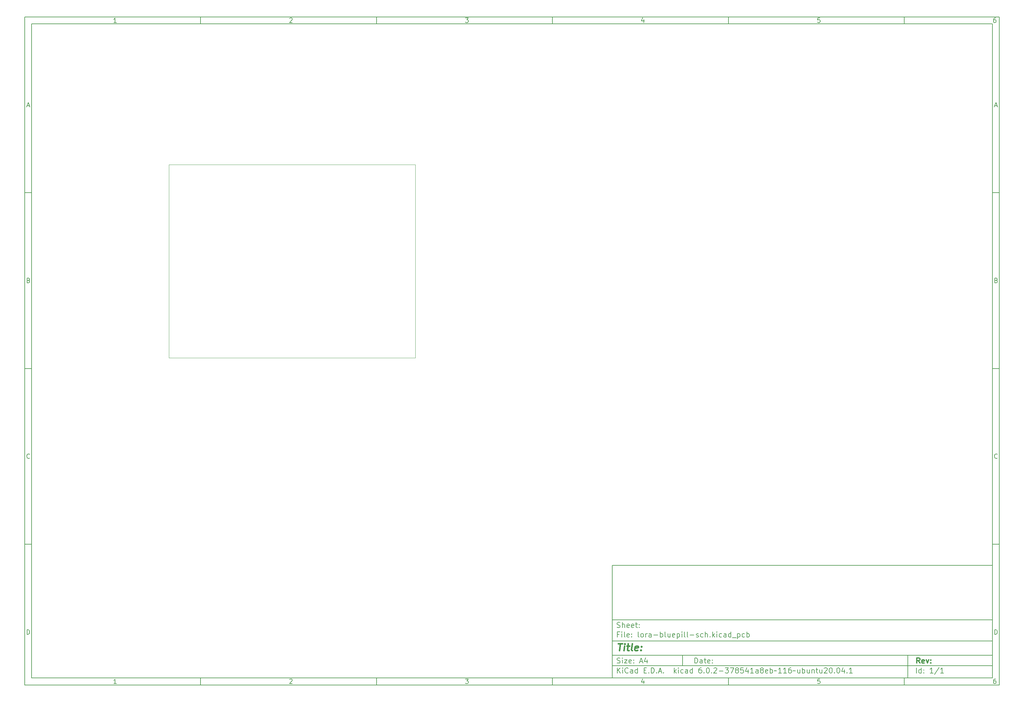
<source format=gbr>
%TF.GenerationSoftware,KiCad,Pcbnew,6.0.2-378541a8eb~116~ubuntu20.04.1*%
%TF.CreationDate,2022-11-16T14:33:25-03:00*%
%TF.ProjectId,lora-bluepill-sch,6c6f7261-2d62-46c7-9565-70696c6c2d73,rev?*%
%TF.SameCoordinates,Original*%
%TF.FileFunction,Profile,NP*%
%FSLAX46Y46*%
G04 Gerber Fmt 4.6, Leading zero omitted, Abs format (unit mm)*
G04 Created by KiCad (PCBNEW 6.0.2-378541a8eb~116~ubuntu20.04.1) date 2022-11-16 14:33:25*
%MOMM*%
%LPD*%
G01*
G04 APERTURE LIST*
%ADD10C,0.100000*%
%ADD11C,0.150000*%
%ADD12C,0.300000*%
%ADD13C,0.400000*%
%TA.AperFunction,Profile*%
%ADD14C,0.100000*%
%TD*%
G04 APERTURE END LIST*
D10*
D11*
X177002200Y-166007200D02*
X177002200Y-198007200D01*
X285002200Y-198007200D01*
X285002200Y-166007200D01*
X177002200Y-166007200D01*
D10*
D11*
X10000000Y-10000000D02*
X10000000Y-200007200D01*
X287002200Y-200007200D01*
X287002200Y-10000000D01*
X10000000Y-10000000D01*
D10*
D11*
X12000000Y-12000000D02*
X12000000Y-198007200D01*
X285002200Y-198007200D01*
X285002200Y-12000000D01*
X12000000Y-12000000D01*
D10*
D11*
X60000000Y-12000000D02*
X60000000Y-10000000D01*
D10*
D11*
X110000000Y-12000000D02*
X110000000Y-10000000D01*
D10*
D11*
X160000000Y-12000000D02*
X160000000Y-10000000D01*
D10*
D11*
X210000000Y-12000000D02*
X210000000Y-10000000D01*
D10*
D11*
X260000000Y-12000000D02*
X260000000Y-10000000D01*
D10*
D11*
X36065476Y-11588095D02*
X35322619Y-11588095D01*
X35694047Y-11588095D02*
X35694047Y-10288095D01*
X35570238Y-10473809D01*
X35446428Y-10597619D01*
X35322619Y-10659523D01*
D10*
D11*
X85322619Y-10411904D02*
X85384523Y-10350000D01*
X85508333Y-10288095D01*
X85817857Y-10288095D01*
X85941666Y-10350000D01*
X86003571Y-10411904D01*
X86065476Y-10535714D01*
X86065476Y-10659523D01*
X86003571Y-10845238D01*
X85260714Y-11588095D01*
X86065476Y-11588095D01*
D10*
D11*
X135260714Y-10288095D02*
X136065476Y-10288095D01*
X135632142Y-10783333D01*
X135817857Y-10783333D01*
X135941666Y-10845238D01*
X136003571Y-10907142D01*
X136065476Y-11030952D01*
X136065476Y-11340476D01*
X136003571Y-11464285D01*
X135941666Y-11526190D01*
X135817857Y-11588095D01*
X135446428Y-11588095D01*
X135322619Y-11526190D01*
X135260714Y-11464285D01*
D10*
D11*
X185941666Y-10721428D02*
X185941666Y-11588095D01*
X185632142Y-10226190D02*
X185322619Y-11154761D01*
X186127380Y-11154761D01*
D10*
D11*
X236003571Y-10288095D02*
X235384523Y-10288095D01*
X235322619Y-10907142D01*
X235384523Y-10845238D01*
X235508333Y-10783333D01*
X235817857Y-10783333D01*
X235941666Y-10845238D01*
X236003571Y-10907142D01*
X236065476Y-11030952D01*
X236065476Y-11340476D01*
X236003571Y-11464285D01*
X235941666Y-11526190D01*
X235817857Y-11588095D01*
X235508333Y-11588095D01*
X235384523Y-11526190D01*
X235322619Y-11464285D01*
D10*
D11*
X285941666Y-10288095D02*
X285694047Y-10288095D01*
X285570238Y-10350000D01*
X285508333Y-10411904D01*
X285384523Y-10597619D01*
X285322619Y-10845238D01*
X285322619Y-11340476D01*
X285384523Y-11464285D01*
X285446428Y-11526190D01*
X285570238Y-11588095D01*
X285817857Y-11588095D01*
X285941666Y-11526190D01*
X286003571Y-11464285D01*
X286065476Y-11340476D01*
X286065476Y-11030952D01*
X286003571Y-10907142D01*
X285941666Y-10845238D01*
X285817857Y-10783333D01*
X285570238Y-10783333D01*
X285446428Y-10845238D01*
X285384523Y-10907142D01*
X285322619Y-11030952D01*
D10*
D11*
X60000000Y-198007200D02*
X60000000Y-200007200D01*
D10*
D11*
X110000000Y-198007200D02*
X110000000Y-200007200D01*
D10*
D11*
X160000000Y-198007200D02*
X160000000Y-200007200D01*
D10*
D11*
X210000000Y-198007200D02*
X210000000Y-200007200D01*
D10*
D11*
X260000000Y-198007200D02*
X260000000Y-200007200D01*
D10*
D11*
X36065476Y-199595295D02*
X35322619Y-199595295D01*
X35694047Y-199595295D02*
X35694047Y-198295295D01*
X35570238Y-198481009D01*
X35446428Y-198604819D01*
X35322619Y-198666723D01*
D10*
D11*
X85322619Y-198419104D02*
X85384523Y-198357200D01*
X85508333Y-198295295D01*
X85817857Y-198295295D01*
X85941666Y-198357200D01*
X86003571Y-198419104D01*
X86065476Y-198542914D01*
X86065476Y-198666723D01*
X86003571Y-198852438D01*
X85260714Y-199595295D01*
X86065476Y-199595295D01*
D10*
D11*
X135260714Y-198295295D02*
X136065476Y-198295295D01*
X135632142Y-198790533D01*
X135817857Y-198790533D01*
X135941666Y-198852438D01*
X136003571Y-198914342D01*
X136065476Y-199038152D01*
X136065476Y-199347676D01*
X136003571Y-199471485D01*
X135941666Y-199533390D01*
X135817857Y-199595295D01*
X135446428Y-199595295D01*
X135322619Y-199533390D01*
X135260714Y-199471485D01*
D10*
D11*
X185941666Y-198728628D02*
X185941666Y-199595295D01*
X185632142Y-198233390D02*
X185322619Y-199161961D01*
X186127380Y-199161961D01*
D10*
D11*
X236003571Y-198295295D02*
X235384523Y-198295295D01*
X235322619Y-198914342D01*
X235384523Y-198852438D01*
X235508333Y-198790533D01*
X235817857Y-198790533D01*
X235941666Y-198852438D01*
X236003571Y-198914342D01*
X236065476Y-199038152D01*
X236065476Y-199347676D01*
X236003571Y-199471485D01*
X235941666Y-199533390D01*
X235817857Y-199595295D01*
X235508333Y-199595295D01*
X235384523Y-199533390D01*
X235322619Y-199471485D01*
D10*
D11*
X285941666Y-198295295D02*
X285694047Y-198295295D01*
X285570238Y-198357200D01*
X285508333Y-198419104D01*
X285384523Y-198604819D01*
X285322619Y-198852438D01*
X285322619Y-199347676D01*
X285384523Y-199471485D01*
X285446428Y-199533390D01*
X285570238Y-199595295D01*
X285817857Y-199595295D01*
X285941666Y-199533390D01*
X286003571Y-199471485D01*
X286065476Y-199347676D01*
X286065476Y-199038152D01*
X286003571Y-198914342D01*
X285941666Y-198852438D01*
X285817857Y-198790533D01*
X285570238Y-198790533D01*
X285446428Y-198852438D01*
X285384523Y-198914342D01*
X285322619Y-199038152D01*
D10*
D11*
X10000000Y-60000000D02*
X12000000Y-60000000D01*
D10*
D11*
X10000000Y-110000000D02*
X12000000Y-110000000D01*
D10*
D11*
X10000000Y-160000000D02*
X12000000Y-160000000D01*
D10*
D11*
X10690476Y-35216666D02*
X11309523Y-35216666D01*
X10566666Y-35588095D02*
X11000000Y-34288095D01*
X11433333Y-35588095D01*
D10*
D11*
X11092857Y-84907142D02*
X11278571Y-84969047D01*
X11340476Y-85030952D01*
X11402380Y-85154761D01*
X11402380Y-85340476D01*
X11340476Y-85464285D01*
X11278571Y-85526190D01*
X11154761Y-85588095D01*
X10659523Y-85588095D01*
X10659523Y-84288095D01*
X11092857Y-84288095D01*
X11216666Y-84350000D01*
X11278571Y-84411904D01*
X11340476Y-84535714D01*
X11340476Y-84659523D01*
X11278571Y-84783333D01*
X11216666Y-84845238D01*
X11092857Y-84907142D01*
X10659523Y-84907142D01*
D10*
D11*
X11402380Y-135464285D02*
X11340476Y-135526190D01*
X11154761Y-135588095D01*
X11030952Y-135588095D01*
X10845238Y-135526190D01*
X10721428Y-135402380D01*
X10659523Y-135278571D01*
X10597619Y-135030952D01*
X10597619Y-134845238D01*
X10659523Y-134597619D01*
X10721428Y-134473809D01*
X10845238Y-134350000D01*
X11030952Y-134288095D01*
X11154761Y-134288095D01*
X11340476Y-134350000D01*
X11402380Y-134411904D01*
D10*
D11*
X10659523Y-185588095D02*
X10659523Y-184288095D01*
X10969047Y-184288095D01*
X11154761Y-184350000D01*
X11278571Y-184473809D01*
X11340476Y-184597619D01*
X11402380Y-184845238D01*
X11402380Y-185030952D01*
X11340476Y-185278571D01*
X11278571Y-185402380D01*
X11154761Y-185526190D01*
X10969047Y-185588095D01*
X10659523Y-185588095D01*
D10*
D11*
X287002200Y-60000000D02*
X285002200Y-60000000D01*
D10*
D11*
X287002200Y-110000000D02*
X285002200Y-110000000D01*
D10*
D11*
X287002200Y-160000000D02*
X285002200Y-160000000D01*
D10*
D11*
X285692676Y-35216666D02*
X286311723Y-35216666D01*
X285568866Y-35588095D02*
X286002200Y-34288095D01*
X286435533Y-35588095D01*
D10*
D11*
X286095057Y-84907142D02*
X286280771Y-84969047D01*
X286342676Y-85030952D01*
X286404580Y-85154761D01*
X286404580Y-85340476D01*
X286342676Y-85464285D01*
X286280771Y-85526190D01*
X286156961Y-85588095D01*
X285661723Y-85588095D01*
X285661723Y-84288095D01*
X286095057Y-84288095D01*
X286218866Y-84350000D01*
X286280771Y-84411904D01*
X286342676Y-84535714D01*
X286342676Y-84659523D01*
X286280771Y-84783333D01*
X286218866Y-84845238D01*
X286095057Y-84907142D01*
X285661723Y-84907142D01*
D10*
D11*
X286404580Y-135464285D02*
X286342676Y-135526190D01*
X286156961Y-135588095D01*
X286033152Y-135588095D01*
X285847438Y-135526190D01*
X285723628Y-135402380D01*
X285661723Y-135278571D01*
X285599819Y-135030952D01*
X285599819Y-134845238D01*
X285661723Y-134597619D01*
X285723628Y-134473809D01*
X285847438Y-134350000D01*
X286033152Y-134288095D01*
X286156961Y-134288095D01*
X286342676Y-134350000D01*
X286404580Y-134411904D01*
D10*
D11*
X285661723Y-185588095D02*
X285661723Y-184288095D01*
X285971247Y-184288095D01*
X286156961Y-184350000D01*
X286280771Y-184473809D01*
X286342676Y-184597619D01*
X286404580Y-184845238D01*
X286404580Y-185030952D01*
X286342676Y-185278571D01*
X286280771Y-185402380D01*
X286156961Y-185526190D01*
X285971247Y-185588095D01*
X285661723Y-185588095D01*
D10*
D11*
X200434342Y-193785771D02*
X200434342Y-192285771D01*
X200791485Y-192285771D01*
X201005771Y-192357200D01*
X201148628Y-192500057D01*
X201220057Y-192642914D01*
X201291485Y-192928628D01*
X201291485Y-193142914D01*
X201220057Y-193428628D01*
X201148628Y-193571485D01*
X201005771Y-193714342D01*
X200791485Y-193785771D01*
X200434342Y-193785771D01*
X202577200Y-193785771D02*
X202577200Y-193000057D01*
X202505771Y-192857200D01*
X202362914Y-192785771D01*
X202077200Y-192785771D01*
X201934342Y-192857200D01*
X202577200Y-193714342D02*
X202434342Y-193785771D01*
X202077200Y-193785771D01*
X201934342Y-193714342D01*
X201862914Y-193571485D01*
X201862914Y-193428628D01*
X201934342Y-193285771D01*
X202077200Y-193214342D01*
X202434342Y-193214342D01*
X202577200Y-193142914D01*
X203077200Y-192785771D02*
X203648628Y-192785771D01*
X203291485Y-192285771D02*
X203291485Y-193571485D01*
X203362914Y-193714342D01*
X203505771Y-193785771D01*
X203648628Y-193785771D01*
X204720057Y-193714342D02*
X204577200Y-193785771D01*
X204291485Y-193785771D01*
X204148628Y-193714342D01*
X204077200Y-193571485D01*
X204077200Y-193000057D01*
X204148628Y-192857200D01*
X204291485Y-192785771D01*
X204577200Y-192785771D01*
X204720057Y-192857200D01*
X204791485Y-193000057D01*
X204791485Y-193142914D01*
X204077200Y-193285771D01*
X205434342Y-193642914D02*
X205505771Y-193714342D01*
X205434342Y-193785771D01*
X205362914Y-193714342D01*
X205434342Y-193642914D01*
X205434342Y-193785771D01*
X205434342Y-192857200D02*
X205505771Y-192928628D01*
X205434342Y-193000057D01*
X205362914Y-192928628D01*
X205434342Y-192857200D01*
X205434342Y-193000057D01*
D10*
D11*
X177002200Y-194507200D02*
X285002200Y-194507200D01*
D10*
D11*
X178434342Y-196585771D02*
X178434342Y-195085771D01*
X179291485Y-196585771D02*
X178648628Y-195728628D01*
X179291485Y-195085771D02*
X178434342Y-195942914D01*
X179934342Y-196585771D02*
X179934342Y-195585771D01*
X179934342Y-195085771D02*
X179862914Y-195157200D01*
X179934342Y-195228628D01*
X180005771Y-195157200D01*
X179934342Y-195085771D01*
X179934342Y-195228628D01*
X181505771Y-196442914D02*
X181434342Y-196514342D01*
X181220057Y-196585771D01*
X181077200Y-196585771D01*
X180862914Y-196514342D01*
X180720057Y-196371485D01*
X180648628Y-196228628D01*
X180577200Y-195942914D01*
X180577200Y-195728628D01*
X180648628Y-195442914D01*
X180720057Y-195300057D01*
X180862914Y-195157200D01*
X181077200Y-195085771D01*
X181220057Y-195085771D01*
X181434342Y-195157200D01*
X181505771Y-195228628D01*
X182791485Y-196585771D02*
X182791485Y-195800057D01*
X182720057Y-195657200D01*
X182577200Y-195585771D01*
X182291485Y-195585771D01*
X182148628Y-195657200D01*
X182791485Y-196514342D02*
X182648628Y-196585771D01*
X182291485Y-196585771D01*
X182148628Y-196514342D01*
X182077200Y-196371485D01*
X182077200Y-196228628D01*
X182148628Y-196085771D01*
X182291485Y-196014342D01*
X182648628Y-196014342D01*
X182791485Y-195942914D01*
X184148628Y-196585771D02*
X184148628Y-195085771D01*
X184148628Y-196514342D02*
X184005771Y-196585771D01*
X183720057Y-196585771D01*
X183577200Y-196514342D01*
X183505771Y-196442914D01*
X183434342Y-196300057D01*
X183434342Y-195871485D01*
X183505771Y-195728628D01*
X183577200Y-195657200D01*
X183720057Y-195585771D01*
X184005771Y-195585771D01*
X184148628Y-195657200D01*
X186005771Y-195800057D02*
X186505771Y-195800057D01*
X186720057Y-196585771D02*
X186005771Y-196585771D01*
X186005771Y-195085771D01*
X186720057Y-195085771D01*
X187362914Y-196442914D02*
X187434342Y-196514342D01*
X187362914Y-196585771D01*
X187291485Y-196514342D01*
X187362914Y-196442914D01*
X187362914Y-196585771D01*
X188077200Y-196585771D02*
X188077200Y-195085771D01*
X188434342Y-195085771D01*
X188648628Y-195157200D01*
X188791485Y-195300057D01*
X188862914Y-195442914D01*
X188934342Y-195728628D01*
X188934342Y-195942914D01*
X188862914Y-196228628D01*
X188791485Y-196371485D01*
X188648628Y-196514342D01*
X188434342Y-196585771D01*
X188077200Y-196585771D01*
X189577200Y-196442914D02*
X189648628Y-196514342D01*
X189577200Y-196585771D01*
X189505771Y-196514342D01*
X189577200Y-196442914D01*
X189577200Y-196585771D01*
X190220057Y-196157200D02*
X190934342Y-196157200D01*
X190077200Y-196585771D02*
X190577200Y-195085771D01*
X191077200Y-196585771D01*
X191577200Y-196442914D02*
X191648628Y-196514342D01*
X191577200Y-196585771D01*
X191505771Y-196514342D01*
X191577200Y-196442914D01*
X191577200Y-196585771D01*
X194577200Y-196585771D02*
X194577200Y-195085771D01*
X194720057Y-196014342D02*
X195148628Y-196585771D01*
X195148628Y-195585771D02*
X194577200Y-196157200D01*
X195791485Y-196585771D02*
X195791485Y-195585771D01*
X195791485Y-195085771D02*
X195720057Y-195157200D01*
X195791485Y-195228628D01*
X195862914Y-195157200D01*
X195791485Y-195085771D01*
X195791485Y-195228628D01*
X197148628Y-196514342D02*
X197005771Y-196585771D01*
X196720057Y-196585771D01*
X196577200Y-196514342D01*
X196505771Y-196442914D01*
X196434342Y-196300057D01*
X196434342Y-195871485D01*
X196505771Y-195728628D01*
X196577200Y-195657200D01*
X196720057Y-195585771D01*
X197005771Y-195585771D01*
X197148628Y-195657200D01*
X198434342Y-196585771D02*
X198434342Y-195800057D01*
X198362914Y-195657200D01*
X198220057Y-195585771D01*
X197934342Y-195585771D01*
X197791485Y-195657200D01*
X198434342Y-196514342D02*
X198291485Y-196585771D01*
X197934342Y-196585771D01*
X197791485Y-196514342D01*
X197720057Y-196371485D01*
X197720057Y-196228628D01*
X197791485Y-196085771D01*
X197934342Y-196014342D01*
X198291485Y-196014342D01*
X198434342Y-195942914D01*
X199791485Y-196585771D02*
X199791485Y-195085771D01*
X199791485Y-196514342D02*
X199648628Y-196585771D01*
X199362914Y-196585771D01*
X199220057Y-196514342D01*
X199148628Y-196442914D01*
X199077200Y-196300057D01*
X199077200Y-195871485D01*
X199148628Y-195728628D01*
X199220057Y-195657200D01*
X199362914Y-195585771D01*
X199648628Y-195585771D01*
X199791485Y-195657200D01*
X202291485Y-195085771D02*
X202005771Y-195085771D01*
X201862914Y-195157200D01*
X201791485Y-195228628D01*
X201648628Y-195442914D01*
X201577200Y-195728628D01*
X201577200Y-196300057D01*
X201648628Y-196442914D01*
X201720057Y-196514342D01*
X201862914Y-196585771D01*
X202148628Y-196585771D01*
X202291485Y-196514342D01*
X202362914Y-196442914D01*
X202434342Y-196300057D01*
X202434342Y-195942914D01*
X202362914Y-195800057D01*
X202291485Y-195728628D01*
X202148628Y-195657200D01*
X201862914Y-195657200D01*
X201720057Y-195728628D01*
X201648628Y-195800057D01*
X201577200Y-195942914D01*
X203077200Y-196442914D02*
X203148628Y-196514342D01*
X203077200Y-196585771D01*
X203005771Y-196514342D01*
X203077200Y-196442914D01*
X203077200Y-196585771D01*
X204077200Y-195085771D02*
X204220057Y-195085771D01*
X204362914Y-195157200D01*
X204434342Y-195228628D01*
X204505771Y-195371485D01*
X204577200Y-195657200D01*
X204577200Y-196014342D01*
X204505771Y-196300057D01*
X204434342Y-196442914D01*
X204362914Y-196514342D01*
X204220057Y-196585771D01*
X204077200Y-196585771D01*
X203934342Y-196514342D01*
X203862914Y-196442914D01*
X203791485Y-196300057D01*
X203720057Y-196014342D01*
X203720057Y-195657200D01*
X203791485Y-195371485D01*
X203862914Y-195228628D01*
X203934342Y-195157200D01*
X204077200Y-195085771D01*
X205220057Y-196442914D02*
X205291485Y-196514342D01*
X205220057Y-196585771D01*
X205148628Y-196514342D01*
X205220057Y-196442914D01*
X205220057Y-196585771D01*
X205862914Y-195228628D02*
X205934342Y-195157200D01*
X206077200Y-195085771D01*
X206434342Y-195085771D01*
X206577200Y-195157200D01*
X206648628Y-195228628D01*
X206720057Y-195371485D01*
X206720057Y-195514342D01*
X206648628Y-195728628D01*
X205791485Y-196585771D01*
X206720057Y-196585771D01*
X207362914Y-196014342D02*
X208505771Y-196014342D01*
X209077200Y-195085771D02*
X210005771Y-195085771D01*
X209505771Y-195657200D01*
X209720057Y-195657200D01*
X209862914Y-195728628D01*
X209934342Y-195800057D01*
X210005771Y-195942914D01*
X210005771Y-196300057D01*
X209934342Y-196442914D01*
X209862914Y-196514342D01*
X209720057Y-196585771D01*
X209291485Y-196585771D01*
X209148628Y-196514342D01*
X209077200Y-196442914D01*
X210505771Y-195085771D02*
X211505771Y-195085771D01*
X210862914Y-196585771D01*
X212291485Y-195728628D02*
X212148628Y-195657200D01*
X212077200Y-195585771D01*
X212005771Y-195442914D01*
X212005771Y-195371485D01*
X212077200Y-195228628D01*
X212148628Y-195157200D01*
X212291485Y-195085771D01*
X212577200Y-195085771D01*
X212720057Y-195157200D01*
X212791485Y-195228628D01*
X212862914Y-195371485D01*
X212862914Y-195442914D01*
X212791485Y-195585771D01*
X212720057Y-195657200D01*
X212577200Y-195728628D01*
X212291485Y-195728628D01*
X212148628Y-195800057D01*
X212077200Y-195871485D01*
X212005771Y-196014342D01*
X212005771Y-196300057D01*
X212077200Y-196442914D01*
X212148628Y-196514342D01*
X212291485Y-196585771D01*
X212577200Y-196585771D01*
X212720057Y-196514342D01*
X212791485Y-196442914D01*
X212862914Y-196300057D01*
X212862914Y-196014342D01*
X212791485Y-195871485D01*
X212720057Y-195800057D01*
X212577200Y-195728628D01*
X214220057Y-195085771D02*
X213505771Y-195085771D01*
X213434342Y-195800057D01*
X213505771Y-195728628D01*
X213648628Y-195657200D01*
X214005771Y-195657200D01*
X214148628Y-195728628D01*
X214220057Y-195800057D01*
X214291485Y-195942914D01*
X214291485Y-196300057D01*
X214220057Y-196442914D01*
X214148628Y-196514342D01*
X214005771Y-196585771D01*
X213648628Y-196585771D01*
X213505771Y-196514342D01*
X213434342Y-196442914D01*
X215577200Y-195585771D02*
X215577200Y-196585771D01*
X215220057Y-195014342D02*
X214862914Y-196085771D01*
X215791485Y-196085771D01*
X217148628Y-196585771D02*
X216291485Y-196585771D01*
X216720057Y-196585771D02*
X216720057Y-195085771D01*
X216577200Y-195300057D01*
X216434342Y-195442914D01*
X216291485Y-195514342D01*
X218434342Y-196585771D02*
X218434342Y-195800057D01*
X218362914Y-195657200D01*
X218220057Y-195585771D01*
X217934342Y-195585771D01*
X217791485Y-195657200D01*
X218434342Y-196514342D02*
X218291485Y-196585771D01*
X217934342Y-196585771D01*
X217791485Y-196514342D01*
X217720057Y-196371485D01*
X217720057Y-196228628D01*
X217791485Y-196085771D01*
X217934342Y-196014342D01*
X218291485Y-196014342D01*
X218434342Y-195942914D01*
X219362914Y-195728628D02*
X219220057Y-195657200D01*
X219148628Y-195585771D01*
X219077200Y-195442914D01*
X219077200Y-195371485D01*
X219148628Y-195228628D01*
X219220057Y-195157200D01*
X219362914Y-195085771D01*
X219648628Y-195085771D01*
X219791485Y-195157200D01*
X219862914Y-195228628D01*
X219934342Y-195371485D01*
X219934342Y-195442914D01*
X219862914Y-195585771D01*
X219791485Y-195657200D01*
X219648628Y-195728628D01*
X219362914Y-195728628D01*
X219220057Y-195800057D01*
X219148628Y-195871485D01*
X219077200Y-196014342D01*
X219077200Y-196300057D01*
X219148628Y-196442914D01*
X219220057Y-196514342D01*
X219362914Y-196585771D01*
X219648628Y-196585771D01*
X219791485Y-196514342D01*
X219862914Y-196442914D01*
X219934342Y-196300057D01*
X219934342Y-196014342D01*
X219862914Y-195871485D01*
X219791485Y-195800057D01*
X219648628Y-195728628D01*
X221148628Y-196514342D02*
X221005771Y-196585771D01*
X220720057Y-196585771D01*
X220577200Y-196514342D01*
X220505771Y-196371485D01*
X220505771Y-195800057D01*
X220577200Y-195657200D01*
X220720057Y-195585771D01*
X221005771Y-195585771D01*
X221148628Y-195657200D01*
X221220057Y-195800057D01*
X221220057Y-195942914D01*
X220505771Y-196085771D01*
X221862914Y-196585771D02*
X221862914Y-195085771D01*
X221862914Y-195657200D02*
X222005771Y-195585771D01*
X222291485Y-195585771D01*
X222434342Y-195657200D01*
X222505771Y-195728628D01*
X222577200Y-195871485D01*
X222577200Y-196300057D01*
X222505771Y-196442914D01*
X222434342Y-196514342D01*
X222291485Y-196585771D01*
X222005771Y-196585771D01*
X221862914Y-196514342D01*
X223005771Y-196014342D02*
X223077200Y-195942914D01*
X223220057Y-195871485D01*
X223505771Y-196014342D01*
X223648628Y-195942914D01*
X223720057Y-195871485D01*
X225077200Y-196585771D02*
X224220057Y-196585771D01*
X224648628Y-196585771D02*
X224648628Y-195085771D01*
X224505771Y-195300057D01*
X224362914Y-195442914D01*
X224220057Y-195514342D01*
X226505771Y-196585771D02*
X225648628Y-196585771D01*
X226077200Y-196585771D02*
X226077200Y-195085771D01*
X225934342Y-195300057D01*
X225791485Y-195442914D01*
X225648628Y-195514342D01*
X227791485Y-195085771D02*
X227505771Y-195085771D01*
X227362914Y-195157200D01*
X227291485Y-195228628D01*
X227148628Y-195442914D01*
X227077199Y-195728628D01*
X227077199Y-196300057D01*
X227148628Y-196442914D01*
X227220057Y-196514342D01*
X227362914Y-196585771D01*
X227648628Y-196585771D01*
X227791485Y-196514342D01*
X227862914Y-196442914D01*
X227934342Y-196300057D01*
X227934342Y-195942914D01*
X227862914Y-195800057D01*
X227791485Y-195728628D01*
X227648628Y-195657200D01*
X227362914Y-195657200D01*
X227220057Y-195728628D01*
X227148628Y-195800057D01*
X227077199Y-195942914D01*
X228362914Y-196014342D02*
X228434342Y-195942914D01*
X228577199Y-195871485D01*
X228862914Y-196014342D01*
X229005771Y-195942914D01*
X229077199Y-195871485D01*
X230291485Y-195585771D02*
X230291485Y-196585771D01*
X229648628Y-195585771D02*
X229648628Y-196371485D01*
X229720057Y-196514342D01*
X229862914Y-196585771D01*
X230077199Y-196585771D01*
X230220057Y-196514342D01*
X230291485Y-196442914D01*
X231005771Y-196585771D02*
X231005771Y-195085771D01*
X231005771Y-195657200D02*
X231148628Y-195585771D01*
X231434342Y-195585771D01*
X231577199Y-195657200D01*
X231648628Y-195728628D01*
X231720057Y-195871485D01*
X231720057Y-196300057D01*
X231648628Y-196442914D01*
X231577199Y-196514342D01*
X231434342Y-196585771D01*
X231148628Y-196585771D01*
X231005771Y-196514342D01*
X233005771Y-195585771D02*
X233005771Y-196585771D01*
X232362914Y-195585771D02*
X232362914Y-196371485D01*
X232434342Y-196514342D01*
X232577200Y-196585771D01*
X232791485Y-196585771D01*
X232934342Y-196514342D01*
X233005771Y-196442914D01*
X233720057Y-195585771D02*
X233720057Y-196585771D01*
X233720057Y-195728628D02*
X233791485Y-195657200D01*
X233934342Y-195585771D01*
X234148628Y-195585771D01*
X234291485Y-195657200D01*
X234362914Y-195800057D01*
X234362914Y-196585771D01*
X234862914Y-195585771D02*
X235434342Y-195585771D01*
X235077200Y-195085771D02*
X235077200Y-196371485D01*
X235148628Y-196514342D01*
X235291485Y-196585771D01*
X235434342Y-196585771D01*
X236577200Y-195585771D02*
X236577200Y-196585771D01*
X235934342Y-195585771D02*
X235934342Y-196371485D01*
X236005771Y-196514342D01*
X236148628Y-196585771D01*
X236362914Y-196585771D01*
X236505771Y-196514342D01*
X236577200Y-196442914D01*
X237220057Y-195228628D02*
X237291485Y-195157200D01*
X237434342Y-195085771D01*
X237791485Y-195085771D01*
X237934342Y-195157200D01*
X238005771Y-195228628D01*
X238077200Y-195371485D01*
X238077200Y-195514342D01*
X238005771Y-195728628D01*
X237148628Y-196585771D01*
X238077200Y-196585771D01*
X239005771Y-195085771D02*
X239148628Y-195085771D01*
X239291485Y-195157200D01*
X239362914Y-195228628D01*
X239434342Y-195371485D01*
X239505771Y-195657200D01*
X239505771Y-196014342D01*
X239434342Y-196300057D01*
X239362914Y-196442914D01*
X239291485Y-196514342D01*
X239148628Y-196585771D01*
X239005771Y-196585771D01*
X238862914Y-196514342D01*
X238791485Y-196442914D01*
X238720057Y-196300057D01*
X238648628Y-196014342D01*
X238648628Y-195657200D01*
X238720057Y-195371485D01*
X238791485Y-195228628D01*
X238862914Y-195157200D01*
X239005771Y-195085771D01*
X240148628Y-196442914D02*
X240220057Y-196514342D01*
X240148628Y-196585771D01*
X240077199Y-196514342D01*
X240148628Y-196442914D01*
X240148628Y-196585771D01*
X241148628Y-195085771D02*
X241291485Y-195085771D01*
X241434342Y-195157200D01*
X241505771Y-195228628D01*
X241577200Y-195371485D01*
X241648628Y-195657200D01*
X241648628Y-196014342D01*
X241577200Y-196300057D01*
X241505771Y-196442914D01*
X241434342Y-196514342D01*
X241291485Y-196585771D01*
X241148628Y-196585771D01*
X241005771Y-196514342D01*
X240934342Y-196442914D01*
X240862914Y-196300057D01*
X240791485Y-196014342D01*
X240791485Y-195657200D01*
X240862914Y-195371485D01*
X240934342Y-195228628D01*
X241005771Y-195157200D01*
X241148628Y-195085771D01*
X242934342Y-195585771D02*
X242934342Y-196585771D01*
X242577199Y-195014342D02*
X242220057Y-196085771D01*
X243148628Y-196085771D01*
X243720057Y-196442914D02*
X243791485Y-196514342D01*
X243720057Y-196585771D01*
X243648628Y-196514342D01*
X243720057Y-196442914D01*
X243720057Y-196585771D01*
X245220057Y-196585771D02*
X244362914Y-196585771D01*
X244791485Y-196585771D02*
X244791485Y-195085771D01*
X244648628Y-195300057D01*
X244505771Y-195442914D01*
X244362914Y-195514342D01*
D10*
D11*
X177002200Y-191507200D02*
X285002200Y-191507200D01*
D10*
D12*
X264411485Y-193785771D02*
X263911485Y-193071485D01*
X263554342Y-193785771D02*
X263554342Y-192285771D01*
X264125771Y-192285771D01*
X264268628Y-192357200D01*
X264340057Y-192428628D01*
X264411485Y-192571485D01*
X264411485Y-192785771D01*
X264340057Y-192928628D01*
X264268628Y-193000057D01*
X264125771Y-193071485D01*
X263554342Y-193071485D01*
X265625771Y-193714342D02*
X265482914Y-193785771D01*
X265197200Y-193785771D01*
X265054342Y-193714342D01*
X264982914Y-193571485D01*
X264982914Y-193000057D01*
X265054342Y-192857200D01*
X265197200Y-192785771D01*
X265482914Y-192785771D01*
X265625771Y-192857200D01*
X265697200Y-193000057D01*
X265697200Y-193142914D01*
X264982914Y-193285771D01*
X266197200Y-192785771D02*
X266554342Y-193785771D01*
X266911485Y-192785771D01*
X267482914Y-193642914D02*
X267554342Y-193714342D01*
X267482914Y-193785771D01*
X267411485Y-193714342D01*
X267482914Y-193642914D01*
X267482914Y-193785771D01*
X267482914Y-192857200D02*
X267554342Y-192928628D01*
X267482914Y-193000057D01*
X267411485Y-192928628D01*
X267482914Y-192857200D01*
X267482914Y-193000057D01*
D10*
D11*
X178362914Y-193714342D02*
X178577200Y-193785771D01*
X178934342Y-193785771D01*
X179077200Y-193714342D01*
X179148628Y-193642914D01*
X179220057Y-193500057D01*
X179220057Y-193357200D01*
X179148628Y-193214342D01*
X179077200Y-193142914D01*
X178934342Y-193071485D01*
X178648628Y-193000057D01*
X178505771Y-192928628D01*
X178434342Y-192857200D01*
X178362914Y-192714342D01*
X178362914Y-192571485D01*
X178434342Y-192428628D01*
X178505771Y-192357200D01*
X178648628Y-192285771D01*
X179005771Y-192285771D01*
X179220057Y-192357200D01*
X179862914Y-193785771D02*
X179862914Y-192785771D01*
X179862914Y-192285771D02*
X179791485Y-192357200D01*
X179862914Y-192428628D01*
X179934342Y-192357200D01*
X179862914Y-192285771D01*
X179862914Y-192428628D01*
X180434342Y-192785771D02*
X181220057Y-192785771D01*
X180434342Y-193785771D01*
X181220057Y-193785771D01*
X182362914Y-193714342D02*
X182220057Y-193785771D01*
X181934342Y-193785771D01*
X181791485Y-193714342D01*
X181720057Y-193571485D01*
X181720057Y-193000057D01*
X181791485Y-192857200D01*
X181934342Y-192785771D01*
X182220057Y-192785771D01*
X182362914Y-192857200D01*
X182434342Y-193000057D01*
X182434342Y-193142914D01*
X181720057Y-193285771D01*
X183077200Y-193642914D02*
X183148628Y-193714342D01*
X183077200Y-193785771D01*
X183005771Y-193714342D01*
X183077200Y-193642914D01*
X183077200Y-193785771D01*
X183077200Y-192857200D02*
X183148628Y-192928628D01*
X183077200Y-193000057D01*
X183005771Y-192928628D01*
X183077200Y-192857200D01*
X183077200Y-193000057D01*
X184862914Y-193357200D02*
X185577200Y-193357200D01*
X184720057Y-193785771D02*
X185220057Y-192285771D01*
X185720057Y-193785771D01*
X186862914Y-192785771D02*
X186862914Y-193785771D01*
X186505771Y-192214342D02*
X186148628Y-193285771D01*
X187077200Y-193285771D01*
D10*
D11*
X263434342Y-196585771D02*
X263434342Y-195085771D01*
X264791485Y-196585771D02*
X264791485Y-195085771D01*
X264791485Y-196514342D02*
X264648628Y-196585771D01*
X264362914Y-196585771D01*
X264220057Y-196514342D01*
X264148628Y-196442914D01*
X264077200Y-196300057D01*
X264077200Y-195871485D01*
X264148628Y-195728628D01*
X264220057Y-195657200D01*
X264362914Y-195585771D01*
X264648628Y-195585771D01*
X264791485Y-195657200D01*
X265505771Y-196442914D02*
X265577200Y-196514342D01*
X265505771Y-196585771D01*
X265434342Y-196514342D01*
X265505771Y-196442914D01*
X265505771Y-196585771D01*
X265505771Y-195657200D02*
X265577200Y-195728628D01*
X265505771Y-195800057D01*
X265434342Y-195728628D01*
X265505771Y-195657200D01*
X265505771Y-195800057D01*
X268148628Y-196585771D02*
X267291485Y-196585771D01*
X267720057Y-196585771D02*
X267720057Y-195085771D01*
X267577200Y-195300057D01*
X267434342Y-195442914D01*
X267291485Y-195514342D01*
X269862914Y-195014342D02*
X268577200Y-196942914D01*
X271148628Y-196585771D02*
X270291485Y-196585771D01*
X270720057Y-196585771D02*
X270720057Y-195085771D01*
X270577200Y-195300057D01*
X270434342Y-195442914D01*
X270291485Y-195514342D01*
D10*
D11*
X177002200Y-187507200D02*
X285002200Y-187507200D01*
D10*
D13*
X178714580Y-188211961D02*
X179857438Y-188211961D01*
X179036009Y-190211961D02*
X179286009Y-188211961D01*
X180274104Y-190211961D02*
X180440771Y-188878628D01*
X180524104Y-188211961D02*
X180416961Y-188307200D01*
X180500295Y-188402438D01*
X180607438Y-188307200D01*
X180524104Y-188211961D01*
X180500295Y-188402438D01*
X181107438Y-188878628D02*
X181869342Y-188878628D01*
X181476485Y-188211961D02*
X181262200Y-189926247D01*
X181333628Y-190116723D01*
X181512200Y-190211961D01*
X181702676Y-190211961D01*
X182655057Y-190211961D02*
X182476485Y-190116723D01*
X182405057Y-189926247D01*
X182619342Y-188211961D01*
X184190771Y-190116723D02*
X183988390Y-190211961D01*
X183607438Y-190211961D01*
X183428866Y-190116723D01*
X183357438Y-189926247D01*
X183452676Y-189164342D01*
X183571723Y-188973866D01*
X183774104Y-188878628D01*
X184155057Y-188878628D01*
X184333628Y-188973866D01*
X184405057Y-189164342D01*
X184381247Y-189354819D01*
X183405057Y-189545295D01*
X185155057Y-190021485D02*
X185238390Y-190116723D01*
X185131247Y-190211961D01*
X185047914Y-190116723D01*
X185155057Y-190021485D01*
X185131247Y-190211961D01*
X185286009Y-188973866D02*
X185369342Y-189069104D01*
X185262200Y-189164342D01*
X185178866Y-189069104D01*
X185286009Y-188973866D01*
X185262200Y-189164342D01*
D10*
D11*
X178934342Y-185600057D02*
X178434342Y-185600057D01*
X178434342Y-186385771D02*
X178434342Y-184885771D01*
X179148628Y-184885771D01*
X179720057Y-186385771D02*
X179720057Y-185385771D01*
X179720057Y-184885771D02*
X179648628Y-184957200D01*
X179720057Y-185028628D01*
X179791485Y-184957200D01*
X179720057Y-184885771D01*
X179720057Y-185028628D01*
X180648628Y-186385771D02*
X180505771Y-186314342D01*
X180434342Y-186171485D01*
X180434342Y-184885771D01*
X181791485Y-186314342D02*
X181648628Y-186385771D01*
X181362914Y-186385771D01*
X181220057Y-186314342D01*
X181148628Y-186171485D01*
X181148628Y-185600057D01*
X181220057Y-185457200D01*
X181362914Y-185385771D01*
X181648628Y-185385771D01*
X181791485Y-185457200D01*
X181862914Y-185600057D01*
X181862914Y-185742914D01*
X181148628Y-185885771D01*
X182505771Y-186242914D02*
X182577200Y-186314342D01*
X182505771Y-186385771D01*
X182434342Y-186314342D01*
X182505771Y-186242914D01*
X182505771Y-186385771D01*
X182505771Y-185457200D02*
X182577200Y-185528628D01*
X182505771Y-185600057D01*
X182434342Y-185528628D01*
X182505771Y-185457200D01*
X182505771Y-185600057D01*
X184577200Y-186385771D02*
X184434342Y-186314342D01*
X184362914Y-186171485D01*
X184362914Y-184885771D01*
X185362914Y-186385771D02*
X185220057Y-186314342D01*
X185148628Y-186242914D01*
X185077200Y-186100057D01*
X185077200Y-185671485D01*
X185148628Y-185528628D01*
X185220057Y-185457200D01*
X185362914Y-185385771D01*
X185577200Y-185385771D01*
X185720057Y-185457200D01*
X185791485Y-185528628D01*
X185862914Y-185671485D01*
X185862914Y-186100057D01*
X185791485Y-186242914D01*
X185720057Y-186314342D01*
X185577200Y-186385771D01*
X185362914Y-186385771D01*
X186505771Y-186385771D02*
X186505771Y-185385771D01*
X186505771Y-185671485D02*
X186577200Y-185528628D01*
X186648628Y-185457200D01*
X186791485Y-185385771D01*
X186934342Y-185385771D01*
X188077200Y-186385771D02*
X188077200Y-185600057D01*
X188005771Y-185457200D01*
X187862914Y-185385771D01*
X187577200Y-185385771D01*
X187434342Y-185457200D01*
X188077200Y-186314342D02*
X187934342Y-186385771D01*
X187577200Y-186385771D01*
X187434342Y-186314342D01*
X187362914Y-186171485D01*
X187362914Y-186028628D01*
X187434342Y-185885771D01*
X187577200Y-185814342D01*
X187934342Y-185814342D01*
X188077200Y-185742914D01*
X188791485Y-185814342D02*
X189934342Y-185814342D01*
X190648628Y-186385771D02*
X190648628Y-184885771D01*
X190648628Y-185457200D02*
X190791485Y-185385771D01*
X191077200Y-185385771D01*
X191220057Y-185457200D01*
X191291485Y-185528628D01*
X191362914Y-185671485D01*
X191362914Y-186100057D01*
X191291485Y-186242914D01*
X191220057Y-186314342D01*
X191077200Y-186385771D01*
X190791485Y-186385771D01*
X190648628Y-186314342D01*
X192220057Y-186385771D02*
X192077200Y-186314342D01*
X192005771Y-186171485D01*
X192005771Y-184885771D01*
X193434342Y-185385771D02*
X193434342Y-186385771D01*
X192791485Y-185385771D02*
X192791485Y-186171485D01*
X192862914Y-186314342D01*
X193005771Y-186385771D01*
X193220057Y-186385771D01*
X193362914Y-186314342D01*
X193434342Y-186242914D01*
X194720057Y-186314342D02*
X194577200Y-186385771D01*
X194291485Y-186385771D01*
X194148628Y-186314342D01*
X194077200Y-186171485D01*
X194077200Y-185600057D01*
X194148628Y-185457200D01*
X194291485Y-185385771D01*
X194577200Y-185385771D01*
X194720057Y-185457200D01*
X194791485Y-185600057D01*
X194791485Y-185742914D01*
X194077200Y-185885771D01*
X195434342Y-185385771D02*
X195434342Y-186885771D01*
X195434342Y-185457200D02*
X195577200Y-185385771D01*
X195862914Y-185385771D01*
X196005771Y-185457200D01*
X196077200Y-185528628D01*
X196148628Y-185671485D01*
X196148628Y-186100057D01*
X196077200Y-186242914D01*
X196005771Y-186314342D01*
X195862914Y-186385771D01*
X195577200Y-186385771D01*
X195434342Y-186314342D01*
X196791485Y-186385771D02*
X196791485Y-185385771D01*
X196791485Y-184885771D02*
X196720057Y-184957200D01*
X196791485Y-185028628D01*
X196862914Y-184957200D01*
X196791485Y-184885771D01*
X196791485Y-185028628D01*
X197720057Y-186385771D02*
X197577200Y-186314342D01*
X197505771Y-186171485D01*
X197505771Y-184885771D01*
X198505771Y-186385771D02*
X198362914Y-186314342D01*
X198291485Y-186171485D01*
X198291485Y-184885771D01*
X199077200Y-185814342D02*
X200220057Y-185814342D01*
X200862914Y-186314342D02*
X201005771Y-186385771D01*
X201291485Y-186385771D01*
X201434342Y-186314342D01*
X201505771Y-186171485D01*
X201505771Y-186100057D01*
X201434342Y-185957200D01*
X201291485Y-185885771D01*
X201077200Y-185885771D01*
X200934342Y-185814342D01*
X200862914Y-185671485D01*
X200862914Y-185600057D01*
X200934342Y-185457200D01*
X201077200Y-185385771D01*
X201291485Y-185385771D01*
X201434342Y-185457200D01*
X202791485Y-186314342D02*
X202648628Y-186385771D01*
X202362914Y-186385771D01*
X202220057Y-186314342D01*
X202148628Y-186242914D01*
X202077200Y-186100057D01*
X202077200Y-185671485D01*
X202148628Y-185528628D01*
X202220057Y-185457200D01*
X202362914Y-185385771D01*
X202648628Y-185385771D01*
X202791485Y-185457200D01*
X203434342Y-186385771D02*
X203434342Y-184885771D01*
X204077200Y-186385771D02*
X204077200Y-185600057D01*
X204005771Y-185457200D01*
X203862914Y-185385771D01*
X203648628Y-185385771D01*
X203505771Y-185457200D01*
X203434342Y-185528628D01*
X204791485Y-186242914D02*
X204862914Y-186314342D01*
X204791485Y-186385771D01*
X204720057Y-186314342D01*
X204791485Y-186242914D01*
X204791485Y-186385771D01*
X205505771Y-186385771D02*
X205505771Y-184885771D01*
X205648628Y-185814342D02*
X206077200Y-186385771D01*
X206077200Y-185385771D02*
X205505771Y-185957200D01*
X206720057Y-186385771D02*
X206720057Y-185385771D01*
X206720057Y-184885771D02*
X206648628Y-184957200D01*
X206720057Y-185028628D01*
X206791485Y-184957200D01*
X206720057Y-184885771D01*
X206720057Y-185028628D01*
X208077200Y-186314342D02*
X207934342Y-186385771D01*
X207648628Y-186385771D01*
X207505771Y-186314342D01*
X207434342Y-186242914D01*
X207362914Y-186100057D01*
X207362914Y-185671485D01*
X207434342Y-185528628D01*
X207505771Y-185457200D01*
X207648628Y-185385771D01*
X207934342Y-185385771D01*
X208077200Y-185457200D01*
X209362914Y-186385771D02*
X209362914Y-185600057D01*
X209291485Y-185457200D01*
X209148628Y-185385771D01*
X208862914Y-185385771D01*
X208720057Y-185457200D01*
X209362914Y-186314342D02*
X209220057Y-186385771D01*
X208862914Y-186385771D01*
X208720057Y-186314342D01*
X208648628Y-186171485D01*
X208648628Y-186028628D01*
X208720057Y-185885771D01*
X208862914Y-185814342D01*
X209220057Y-185814342D01*
X209362914Y-185742914D01*
X210720057Y-186385771D02*
X210720057Y-184885771D01*
X210720057Y-186314342D02*
X210577200Y-186385771D01*
X210291485Y-186385771D01*
X210148628Y-186314342D01*
X210077200Y-186242914D01*
X210005771Y-186100057D01*
X210005771Y-185671485D01*
X210077200Y-185528628D01*
X210148628Y-185457200D01*
X210291485Y-185385771D01*
X210577200Y-185385771D01*
X210720057Y-185457200D01*
X211077200Y-186528628D02*
X212220057Y-186528628D01*
X212577200Y-185385771D02*
X212577200Y-186885771D01*
X212577200Y-185457200D02*
X212720057Y-185385771D01*
X213005771Y-185385771D01*
X213148628Y-185457200D01*
X213220057Y-185528628D01*
X213291485Y-185671485D01*
X213291485Y-186100057D01*
X213220057Y-186242914D01*
X213148628Y-186314342D01*
X213005771Y-186385771D01*
X212720057Y-186385771D01*
X212577200Y-186314342D01*
X214577200Y-186314342D02*
X214434342Y-186385771D01*
X214148628Y-186385771D01*
X214005771Y-186314342D01*
X213934342Y-186242914D01*
X213862914Y-186100057D01*
X213862914Y-185671485D01*
X213934342Y-185528628D01*
X214005771Y-185457200D01*
X214148628Y-185385771D01*
X214434342Y-185385771D01*
X214577200Y-185457200D01*
X215220057Y-186385771D02*
X215220057Y-184885771D01*
X215220057Y-185457200D02*
X215362914Y-185385771D01*
X215648628Y-185385771D01*
X215791485Y-185457200D01*
X215862914Y-185528628D01*
X215934342Y-185671485D01*
X215934342Y-186100057D01*
X215862914Y-186242914D01*
X215791485Y-186314342D01*
X215648628Y-186385771D01*
X215362914Y-186385771D01*
X215220057Y-186314342D01*
D10*
D11*
X177002200Y-181507200D02*
X285002200Y-181507200D01*
D10*
D11*
X178362914Y-183614342D02*
X178577200Y-183685771D01*
X178934342Y-183685771D01*
X179077200Y-183614342D01*
X179148628Y-183542914D01*
X179220057Y-183400057D01*
X179220057Y-183257200D01*
X179148628Y-183114342D01*
X179077200Y-183042914D01*
X178934342Y-182971485D01*
X178648628Y-182900057D01*
X178505771Y-182828628D01*
X178434342Y-182757200D01*
X178362914Y-182614342D01*
X178362914Y-182471485D01*
X178434342Y-182328628D01*
X178505771Y-182257200D01*
X178648628Y-182185771D01*
X179005771Y-182185771D01*
X179220057Y-182257200D01*
X179862914Y-183685771D02*
X179862914Y-182185771D01*
X180505771Y-183685771D02*
X180505771Y-182900057D01*
X180434342Y-182757200D01*
X180291485Y-182685771D01*
X180077200Y-182685771D01*
X179934342Y-182757200D01*
X179862914Y-182828628D01*
X181791485Y-183614342D02*
X181648628Y-183685771D01*
X181362914Y-183685771D01*
X181220057Y-183614342D01*
X181148628Y-183471485D01*
X181148628Y-182900057D01*
X181220057Y-182757200D01*
X181362914Y-182685771D01*
X181648628Y-182685771D01*
X181791485Y-182757200D01*
X181862914Y-182900057D01*
X181862914Y-183042914D01*
X181148628Y-183185771D01*
X183077200Y-183614342D02*
X182934342Y-183685771D01*
X182648628Y-183685771D01*
X182505771Y-183614342D01*
X182434342Y-183471485D01*
X182434342Y-182900057D01*
X182505771Y-182757200D01*
X182648628Y-182685771D01*
X182934342Y-182685771D01*
X183077200Y-182757200D01*
X183148628Y-182900057D01*
X183148628Y-183042914D01*
X182434342Y-183185771D01*
X183577200Y-182685771D02*
X184148628Y-182685771D01*
X183791485Y-182185771D02*
X183791485Y-183471485D01*
X183862914Y-183614342D01*
X184005771Y-183685771D01*
X184148628Y-183685771D01*
X184648628Y-183542914D02*
X184720057Y-183614342D01*
X184648628Y-183685771D01*
X184577200Y-183614342D01*
X184648628Y-183542914D01*
X184648628Y-183685771D01*
X184648628Y-182757200D02*
X184720057Y-182828628D01*
X184648628Y-182900057D01*
X184577200Y-182828628D01*
X184648628Y-182757200D01*
X184648628Y-182900057D01*
D10*
D12*
D10*
D11*
D10*
D11*
D10*
D11*
D10*
D11*
D10*
D11*
X197002200Y-191507200D02*
X197002200Y-194507200D01*
D10*
D11*
X261002200Y-191507200D02*
X261002200Y-198007200D01*
D14*
X51000000Y-52000000D02*
X121000000Y-52000000D01*
X51000000Y-107000000D02*
X121000000Y-107000000D01*
X51000000Y-107000000D02*
X51000000Y-52000000D01*
X121000000Y-52000000D02*
X121000000Y-107000000D01*
M02*

</source>
